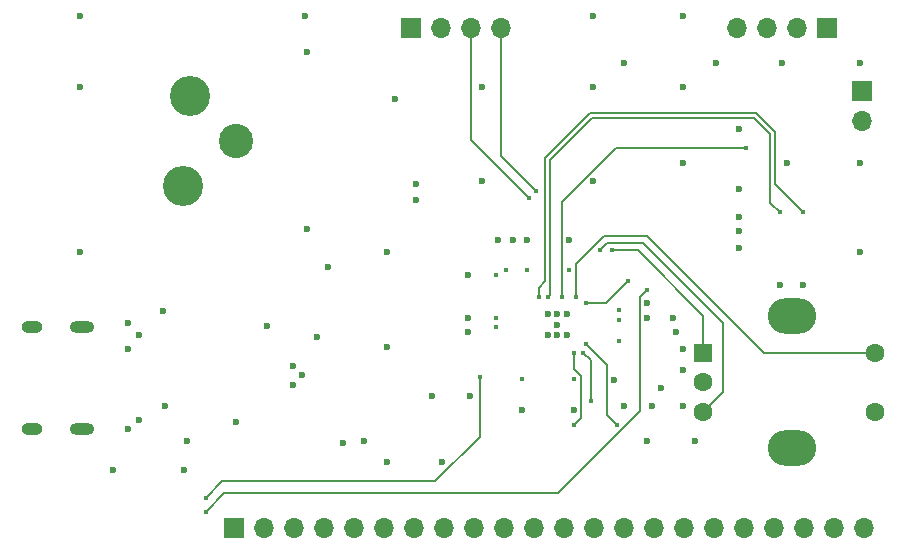
<source format=gbl>
G04 #@! TF.GenerationSoftware,KiCad,Pcbnew,7.0.10*
G04 #@! TF.CreationDate,2024-02-24T17:37:44+01:00*
G04 #@! TF.ProjectId,rp2040-board,72703230-3430-42d6-926f-6172642e6b69,rev?*
G04 #@! TF.SameCoordinates,Original*
G04 #@! TF.FileFunction,Copper,L4,Bot*
G04 #@! TF.FilePolarity,Positive*
%FSLAX46Y46*%
G04 Gerber Fmt 4.6, Leading zero omitted, Abs format (unit mm)*
G04 Created by KiCad (PCBNEW 7.0.10) date 2024-02-24 17:37:44*
%MOMM*%
%LPD*%
G01*
G04 APERTURE LIST*
G04 Aperture macros list*
%AMRoundRect*
0 Rectangle with rounded corners*
0 $1 Rounding radius*
0 $2 $3 $4 $5 $6 $7 $8 $9 X,Y pos of 4 corners*
0 Add a 4 corners polygon primitive as box body*
4,1,4,$2,$3,$4,$5,$6,$7,$8,$9,$2,$3,0*
0 Add four circle primitives for the rounded corners*
1,1,$1+$1,$2,$3*
1,1,$1+$1,$4,$5*
1,1,$1+$1,$6,$7*
1,1,$1+$1,$8,$9*
0 Add four rect primitives between the rounded corners*
20,1,$1+$1,$2,$3,$4,$5,0*
20,1,$1+$1,$4,$5,$6,$7,0*
20,1,$1+$1,$6,$7,$8,$9,0*
20,1,$1+$1,$8,$9,$2,$3,0*%
G04 Aperture macros list end*
G04 #@! TA.AperFunction,ComponentPad*
%ADD10R,1.700000X1.700000*%
G04 #@! TD*
G04 #@! TA.AperFunction,ComponentPad*
%ADD11O,1.700000X1.700000*%
G04 #@! TD*
G04 #@! TA.AperFunction,ComponentPad*
%ADD12RoundRect,0.250000X-0.550000X-0.550000X0.550000X-0.550000X0.550000X0.550000X-0.550000X0.550000X0*%
G04 #@! TD*
G04 #@! TA.AperFunction,ComponentPad*
%ADD13C,1.600000*%
G04 #@! TD*
G04 #@! TA.AperFunction,ComponentPad*
%ADD14O,4.100000X3.000000*%
G04 #@! TD*
G04 #@! TA.AperFunction,ComponentPad*
%ADD15C,3.400000*%
G04 #@! TD*
G04 #@! TA.AperFunction,ComponentPad*
%ADD16C,2.900000*%
G04 #@! TD*
G04 #@! TA.AperFunction,ComponentPad*
%ADD17O,2.100000X1.000000*%
G04 #@! TD*
G04 #@! TA.AperFunction,ComponentPad*
%ADD18O,1.800000X1.000000*%
G04 #@! TD*
G04 #@! TA.AperFunction,ViaPad*
%ADD19C,0.450000*%
G04 #@! TD*
G04 #@! TA.AperFunction,ViaPad*
%ADD20C,0.600000*%
G04 #@! TD*
G04 #@! TA.AperFunction,Conductor*
%ADD21C,0.200000*%
G04 #@! TD*
G04 APERTURE END LIST*
D10*
X119000000Y-118325000D03*
D11*
X121540000Y-118325000D03*
X124080000Y-118325000D03*
X126620000Y-118325000D03*
X129160000Y-118325000D03*
X131700000Y-118325000D03*
X134240000Y-118325000D03*
X136780000Y-118325000D03*
X139320000Y-118325000D03*
X141860000Y-118325000D03*
X144400000Y-118325000D03*
X146940000Y-118325000D03*
X149480000Y-118325000D03*
X152020000Y-118325000D03*
X154560000Y-118325000D03*
X157100000Y-118325000D03*
X159640000Y-118325000D03*
X162180000Y-118325000D03*
X164720000Y-118325000D03*
X167260000Y-118325000D03*
X169800000Y-118325000D03*
X172340000Y-118325000D03*
D10*
X169200000Y-76000000D03*
D11*
X166660000Y-76000000D03*
X164120000Y-76000000D03*
X161580000Y-76000000D03*
D12*
X158750000Y-103500000D03*
D13*
X158750000Y-108500000D03*
X158750000Y-106000000D03*
X173250000Y-103500000D03*
X173250000Y-108500000D03*
D14*
X166250000Y-100400000D03*
X166250000Y-111600000D03*
D15*
X114690000Y-89400000D03*
X115325000Y-81780000D03*
D16*
X119140000Y-85590000D03*
D17*
X106125000Y-101280000D03*
D18*
X101925000Y-101280000D03*
D17*
X106125000Y-109920000D03*
D18*
X101925000Y-109920000D03*
D10*
X172200000Y-81325000D03*
D11*
X172200000Y-83865000D03*
D10*
X134000000Y-76000000D03*
D11*
X136540000Y-76000000D03*
X139080000Y-76000000D03*
X141620000Y-76000000D03*
D19*
X142000000Y-96525000D03*
D20*
X135800000Y-107200000D03*
X130000000Y-111000000D03*
X124000000Y-106200000D03*
D19*
X147800000Y-105725000D03*
X147400000Y-96525000D03*
X151600000Y-100725000D03*
X143800000Y-96525000D03*
X143400000Y-105725000D03*
X141200000Y-100525000D03*
D20*
X124000000Y-104600000D03*
X124800000Y-105400000D03*
X161800000Y-94600000D03*
X154000000Y-111000000D03*
X146400000Y-102000000D03*
X165800000Y-87400000D03*
X138800000Y-100525000D03*
X149400000Y-81000000D03*
X143400000Y-108325000D03*
X140000000Y-89000000D03*
X145600000Y-102000000D03*
X115000000Y-111000000D03*
X143800000Y-93925000D03*
X106000000Y-81000000D03*
X156400000Y-101725000D03*
X106000000Y-95000000D03*
X125200000Y-93000000D03*
X132000000Y-95000000D03*
X172000000Y-79000000D03*
X154400000Y-108000000D03*
D19*
X151600000Y-102525000D03*
D20*
X147200000Y-100200000D03*
X161800000Y-84600000D03*
X114800000Y-113400000D03*
X106000000Y-75000000D03*
X157000000Y-103200000D03*
X157000000Y-108000000D03*
X110000000Y-110000000D03*
X156200000Y-100600000D03*
X141400000Y-93925000D03*
X139000000Y-107125000D03*
X157000000Y-105000000D03*
X155200000Y-106525000D03*
X161800000Y-93200000D03*
X167200000Y-97800000D03*
X147400000Y-93925000D03*
X172000000Y-95000000D03*
X161800000Y-92000000D03*
X146400000Y-101125000D03*
X172000000Y-87400000D03*
X154000000Y-99325000D03*
X149400000Y-75000000D03*
X157000000Y-87400000D03*
X136600000Y-112725000D03*
X165400000Y-79000000D03*
X157000000Y-81000000D03*
X134400000Y-90600000D03*
X158000000Y-111000000D03*
X152000000Y-108000000D03*
X161800000Y-89600000D03*
X138800000Y-96925000D03*
X138800000Y-101725000D03*
X146400000Y-100200000D03*
X157000000Y-75000000D03*
X111000000Y-102000000D03*
X125200000Y-78000000D03*
X142600000Y-93925000D03*
X125000000Y-75000000D03*
X110000000Y-101000000D03*
X154000000Y-100525000D03*
X132000000Y-103000000D03*
X151200000Y-105800000D03*
X113000000Y-100000000D03*
X121800000Y-101200000D03*
X132000000Y-112725000D03*
X132600000Y-82000000D03*
X111000000Y-109200000D03*
X145600000Y-100200000D03*
X140000000Y-81000000D03*
X165200000Y-97800000D03*
X128200000Y-111175000D03*
X159800000Y-79000000D03*
X134400000Y-89200000D03*
X149400000Y-89000000D03*
X147200000Y-102000000D03*
X119200000Y-109400000D03*
X108800000Y-113400000D03*
X147800000Y-108325000D03*
D19*
X151600000Y-99925000D03*
X141200000Y-96925000D03*
X141200000Y-101325000D03*
D20*
X152000000Y-79000000D03*
X126000000Y-102200000D03*
X127000000Y-96200000D03*
D19*
X144000000Y-90400000D03*
X144600000Y-89800000D03*
X152400000Y-97400000D03*
X148800000Y-99325000D03*
D20*
X110000000Y-103200000D03*
X113200000Y-108000000D03*
D19*
X139800000Y-105525000D03*
X116600000Y-115800000D03*
X154000000Y-98200000D03*
X116600000Y-117000000D03*
X145600000Y-98800000D03*
X165200000Y-91600000D03*
X144800000Y-98800000D03*
X167200000Y-91600000D03*
X151000000Y-94800000D03*
X150000000Y-94800000D03*
X148000000Y-98800000D03*
X146800000Y-98800000D03*
X162400000Y-86200000D03*
X147800000Y-103525000D03*
X147800000Y-109600000D03*
X148600000Y-103525000D03*
X149200000Y-107600000D03*
X151400000Y-109600000D03*
X148800000Y-102725000D03*
D21*
X144000000Y-90400000D02*
X139080000Y-85480000D01*
X139080000Y-85480000D02*
X139080000Y-76000000D01*
X144600000Y-89800000D02*
X141620000Y-86820000D01*
X141620000Y-86820000D02*
X141620000Y-76000000D01*
X150475000Y-99325000D02*
X152400000Y-97400000D01*
X148800000Y-99325000D02*
X150475000Y-99325000D01*
X139800000Y-110600000D02*
X139800000Y-105525000D01*
X136000000Y-114400000D02*
X139800000Y-110600000D01*
X116600000Y-115800000D02*
X118000000Y-114400000D01*
X118000000Y-114400000D02*
X136000000Y-114400000D01*
X146448529Y-115400000D02*
X118200000Y-115400000D01*
X153400000Y-108448529D02*
X146448529Y-115400000D01*
X118200000Y-115400000D02*
X116600000Y-117000000D01*
X154000000Y-98200000D02*
X153400000Y-98800000D01*
X153400000Y-98800000D02*
X153400000Y-108448529D01*
X164400000Y-90800000D02*
X165200000Y-91600000D01*
X164400000Y-85000000D02*
X164400000Y-90800000D01*
X145600000Y-98800000D02*
X145750000Y-98650000D01*
X145750000Y-87200000D02*
X149350000Y-83600000D01*
X149350000Y-83600000D02*
X163000000Y-83600000D01*
X145750000Y-98650000D02*
X145750000Y-87200000D01*
X163000000Y-83600000D02*
X164400000Y-85000000D01*
X145350000Y-97450000D02*
X144800000Y-98000000D01*
X164800000Y-84834314D02*
X163165686Y-83200000D01*
X144800000Y-98000000D02*
X144800000Y-98800000D01*
X167200000Y-91600000D02*
X164800000Y-89200000D01*
X164800000Y-89200000D02*
X164800000Y-84834314D01*
X149184314Y-83200000D02*
X145350000Y-87034314D01*
X145350000Y-87034314D02*
X145350000Y-97450000D01*
X163165686Y-83200000D02*
X149184314Y-83200000D01*
X151000000Y-94800000D02*
X153200000Y-94800000D01*
X158750000Y-100350000D02*
X158750000Y-103500000D01*
X153200000Y-94800000D02*
X158750000Y-100350000D01*
X150600000Y-94200000D02*
X150000000Y-94800000D01*
X160400000Y-106850000D02*
X160400000Y-101000000D01*
X158750000Y-108500000D02*
X160400000Y-106850000D01*
X160400000Y-101000000D02*
X153600000Y-94200000D01*
X153600000Y-94200000D02*
X150600000Y-94200000D01*
X150351471Y-93600000D02*
X148000000Y-95951471D01*
X173250000Y-103500000D02*
X163900000Y-103500000D01*
X148000000Y-95951471D02*
X148000000Y-98800000D01*
X154000000Y-93600000D02*
X150351471Y-93600000D01*
X163900000Y-103500000D02*
X154000000Y-93600000D01*
X146800000Y-90751471D02*
X151351471Y-86200000D01*
X146800000Y-98800000D02*
X146800000Y-90751471D01*
X151351471Y-86200000D02*
X162400000Y-86200000D01*
X148400000Y-109000000D02*
X147800000Y-109600000D01*
X147800000Y-104876471D02*
X148400000Y-105476471D01*
X147800000Y-103525000D02*
X147800000Y-104876471D01*
X148400000Y-105476471D02*
X148400000Y-109000000D01*
X148600000Y-103525000D02*
X149200000Y-104125000D01*
X149200000Y-104125000D02*
X149200000Y-107600000D01*
X148800000Y-102725000D02*
X150600000Y-104525000D01*
X150600000Y-104525000D02*
X150600000Y-108800000D01*
X150600000Y-108800000D02*
X151400000Y-109600000D01*
M02*

</source>
